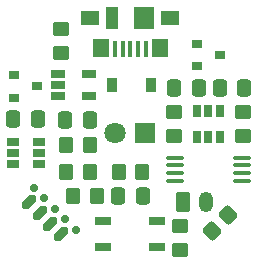
<source format=gts>
%TF.GenerationSoftware,KiCad,Pcbnew,5.99.0-1.20210525git45ba067.fc33*%
%TF.CreationDate,2021-06-21T21:42:02+02:00*%
%TF.ProjectId,led-pedestal,6c65642d-7065-4646-9573-74616c2e6b69,2*%
%TF.SameCoordinates,Original*%
%TF.FileFunction,Soldermask,Top*%
%TF.FilePolarity,Negative*%
%FSLAX46Y46*%
G04 Gerber Fmt 4.6, Leading zero omitted, Abs format (unit mm)*
G04 Created by KiCad (PCBNEW 5.99.0-1.20210525git45ba067.fc33) date 2021-06-21 21:42:02*
%MOMM*%
%LPD*%
G01*
G04 APERTURE LIST*
G04 Aperture macros list*
%AMRoundRect*
0 Rectangle with rounded corners*
0 $1 Rounding radius*
0 $2 $3 $4 $5 $6 $7 $8 $9 X,Y pos of 4 corners*
0 Add a 4 corners polygon primitive as box body*
4,1,4,$2,$3,$4,$5,$6,$7,$8,$9,$2,$3,0*
0 Add four circle primitives for the rounded corners*
1,1,$1+$1,$2,$3*
1,1,$1+$1,$4,$5*
1,1,$1+$1,$6,$7*
1,1,$1+$1,$8,$9*
0 Add four rect primitives between the rounded corners*
20,1,$1+$1,$2,$3,$4,$5,0*
20,1,$1+$1,$4,$5,$6,$7,0*
20,1,$1+$1,$6,$7,$8,$9,0*
20,1,$1+$1,$8,$9,$2,$3,0*%
%AMHorizOval*
0 Thick line with rounded ends*
0 $1 width*
0 $2 $3 position (X,Y) of the first rounded end (center of the circle)*
0 $4 $5 position (X,Y) of the second rounded end (center of the circle)*
0 Add line between two ends*
20,1,$1,$2,$3,$4,$5,0*
0 Add two circle primitives to create the rounded ends*
1,1,$1,$2,$3*
1,1,$1,$4,$5*%
G04 Aperture macros list end*
%ADD10R,1.450000X0.650000*%
%ADD11R,1.220000X0.650000*%
%ADD12R,1.060000X0.650000*%
%ADD13RoundRect,0.250000X-0.337500X-0.475000X0.337500X-0.475000X0.337500X0.475000X-0.337500X0.475000X0*%
%ADD14RoundRect,0.250000X-0.350000X-0.450000X0.350000X-0.450000X0.350000X0.450000X-0.350000X0.450000X0*%
%ADD15R,0.900000X1.200000*%
%ADD16R,0.900000X0.800000*%
%ADD17RoundRect,0.250000X-0.070711X0.565685X-0.565685X0.070711X0.070711X-0.565685X0.565685X-0.070711X0*%
%ADD18RoundRect,0.250000X0.350000X0.450000X-0.350000X0.450000X-0.350000X-0.450000X0.350000X-0.450000X0*%
%ADD19RoundRect,0.250000X0.450000X-0.350000X0.450000X0.350000X-0.450000X0.350000X-0.450000X-0.350000X0*%
%ADD20RoundRect,0.100000X-0.637500X-0.100000X0.637500X-0.100000X0.637500X0.100000X-0.637500X0.100000X0*%
%ADD21C,0.700000*%
%ADD22HorizOval,0.800000X-0.247487X-0.247487X0.247487X0.247487X0*%
%ADD23RoundRect,0.250000X0.337500X0.475000X-0.337500X0.475000X-0.337500X-0.475000X0.337500X-0.475000X0*%
%ADD24R,0.450000X1.380000*%
%ADD25R,1.000000X1.900000*%
%ADD26R,1.425000X1.550000*%
%ADD27R,1.650000X1.300000*%
%ADD28R,1.800000X1.900000*%
%ADD29R,0.650000X1.060000*%
%ADD30R,1.800000X1.800000*%
%ADD31C,1.800000*%
%ADD32RoundRect,0.250000X-0.350000X-0.625000X0.350000X-0.625000X0.350000X0.625000X-0.350000X0.625000X0*%
%ADD33O,1.200000X1.750000*%
G04 APERTURE END LIST*
D10*
%TO.C,SW1*%
X150204600Y-104351400D03*
X145654600Y-104351400D03*
X150204600Y-102201400D03*
X145654600Y-102201400D03*
%TD*%
D11*
%TO.C,U1*%
X141819000Y-89728000D03*
X141819000Y-90678000D03*
X141819000Y-91628000D03*
X144439000Y-91628000D03*
X144439000Y-89728000D03*
%TD*%
D12*
%TO.C,U5*%
X140190400Y-97368400D03*
X140190400Y-96418400D03*
X140190400Y-95468400D03*
X137990400Y-95468400D03*
X137990400Y-96418400D03*
X137990400Y-97368400D03*
%TD*%
D13*
%TO.C,C2*%
X142432900Y-93599000D03*
X144507900Y-93599000D03*
%TD*%
D14*
%TO.C,R6*%
X143119600Y-100076000D03*
X145119600Y-100076000D03*
%TD*%
D15*
%TO.C,D1*%
X146432000Y-90678000D03*
X149732000Y-90678000D03*
%TD*%
D16*
%TO.C,Q1*%
X153559000Y-87188000D03*
X153559000Y-89088000D03*
X155559000Y-88138000D03*
%TD*%
D14*
%TO.C,R5*%
X142510000Y-95758000D03*
X144510000Y-95758000D03*
%TD*%
D17*
%TO.C,R8*%
X156256707Y-101654893D03*
X154842493Y-103069107D03*
%TD*%
D16*
%TO.C,U4*%
X138065000Y-89829600D03*
X138065000Y-91729600D03*
X140065000Y-90779600D03*
%TD*%
D18*
%TO.C,R4*%
X144510000Y-98044000D03*
X142510000Y-98044000D03*
%TD*%
D19*
%TO.C,R1*%
X142113000Y-87926000D03*
X142113000Y-85926000D03*
%TD*%
D20*
%TO.C,U2*%
X151696500Y-96815000D03*
X151696500Y-97465000D03*
X151696500Y-98115000D03*
X151696500Y-98765000D03*
X157421500Y-98765000D03*
X157421500Y-98115000D03*
X157421500Y-97465000D03*
X157421500Y-96815000D03*
%TD*%
D21*
%TO.C,J2*%
X140657013Y-100243936D03*
X143351090Y-102938013D03*
X139758987Y-99345910D03*
X141555038Y-101141962D03*
X142453064Y-102039987D03*
D22*
X142085369Y-103305708D03*
X141187343Y-102407683D03*
X140289317Y-101509657D03*
X139391292Y-100611631D03*
%TD*%
D19*
%TO.C,R2*%
X157480000Y-94980000D03*
X157480000Y-92980000D03*
%TD*%
D23*
%TO.C,C1*%
X157603100Y-90932000D03*
X155528100Y-90932000D03*
%TD*%
D24*
%TO.C,J1*%
X149255000Y-87630000D03*
X148605000Y-87630000D03*
X147955000Y-87630000D03*
X147305000Y-87630000D03*
X146655000Y-87630000D03*
D25*
X146405000Y-84970000D03*
D26*
X150442500Y-87545000D03*
D27*
X144580000Y-84970000D03*
X151330000Y-84970000D03*
D28*
X149105000Y-84970000D03*
D26*
X145467500Y-87545000D03*
%TD*%
D13*
%TO.C,C6*%
X151667300Y-90932000D03*
X153742300Y-90932000D03*
%TD*%
D29*
%TO.C,U3*%
X153609000Y-95080000D03*
X154559000Y-95080000D03*
X155509000Y-95080000D03*
X155509000Y-92880000D03*
X154559000Y-92880000D03*
X153609000Y-92880000D03*
%TD*%
D19*
%TO.C,R9*%
X152146000Y-104606600D03*
X152146000Y-102606600D03*
%TD*%
D14*
%TO.C,R7*%
X146955000Y-98044000D03*
X148955000Y-98044000D03*
%TD*%
D19*
%TO.C,R3*%
X151638000Y-94980000D03*
X151638000Y-92980000D03*
%TD*%
D13*
%TO.C,C5*%
X146917500Y-100076000D03*
X148992500Y-100076000D03*
%TD*%
D30*
%TO.C,D2*%
X149225000Y-94743000D03*
D31*
X146685000Y-94743000D03*
%TD*%
D13*
%TO.C,C4*%
X138027500Y-93573600D03*
X140102500Y-93573600D03*
%TD*%
D32*
%TO.C,BT1*%
X152400000Y-100584000D03*
D33*
X154400000Y-100584000D03*
%TD*%
M02*

</source>
